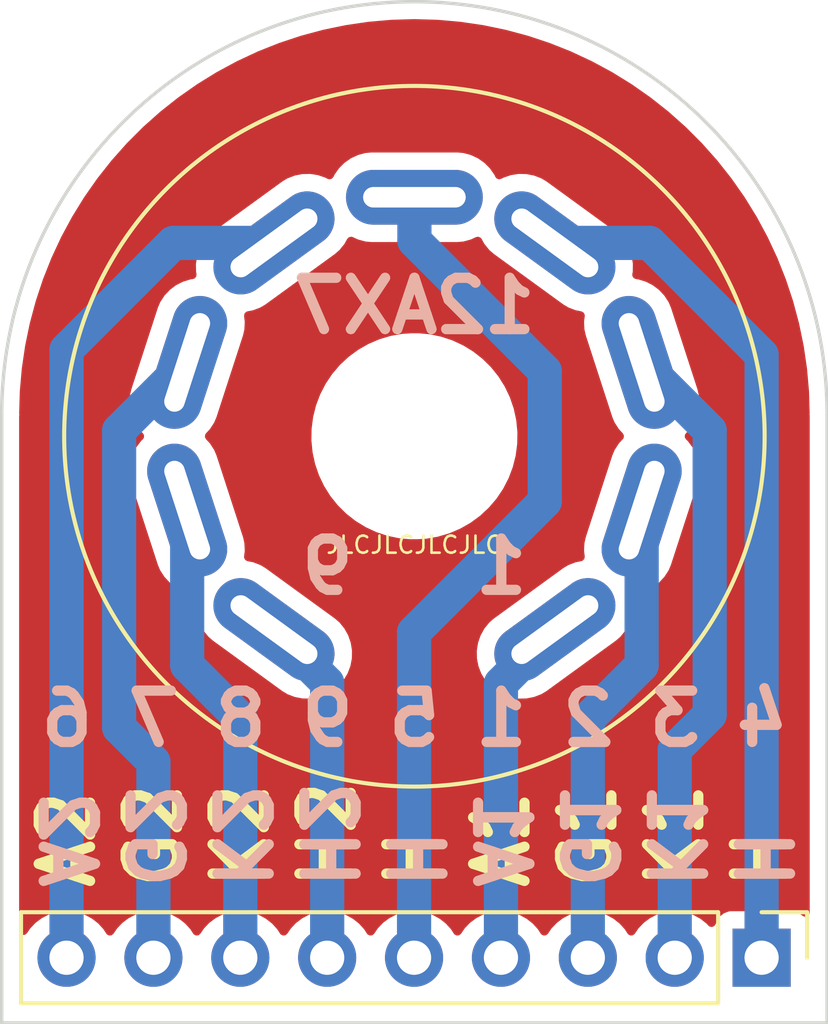
<source format=kicad_pcb>
(kicad_pcb (version 20211014) (generator pcbnew)
  (layers (0 "F.Cu" signal) (31 "B.Cu" signal) (34 "B.Paste" user) (35 "F.Paste" user) (36 "B.SilkS" user "B.Silkscreen") (37 "F.SilkS" user "F.Silkscreen") (38 "B.Mask" user) (39 "F.Mask" user) (44 "Edge.Cuts" user))
  (net 0 "")
  (net 1 "/A1")
  (net 2 "/G1")
  (net 3 "/K1")
  (net 4 "/H1")
  (net 5 "/H2")
  (net 6 "/A2")
  (net 7 "/G2")
  (net 8 "/K2")
  (net 9 "/H3")
  (footprint "kosmo-lib:Valve_12AX7_Socket" (layer "F.Cu") (at 160.02 93.98)
    (fp_text reference "U1" hide)
    (fp_text value "ECC83" hide)
    (fp_circle (center 0 0) (end 10.16 1.27) (layer "F.SilkS") (width 0.12) (fill none))
    (pad "" np_thru_hole circle (at 0 0) (size 5 5) (drill 5) (layers F&B.Cu *.Mask))
    (pad "1" thru_hole oval (at 4.10568 5.650984 306) (size 1.6 4) (drill oval 0.6 3) (layers *.Cu *.Mask) (net 1 "/A1"))
    (pad "2" thru_hole oval (at 6.64313 2.158484 342) (size 1.6 4) (drill oval 0.6 3) (layers *.Cu *.Mask) (net 2 "/G1"))
    (pad "3" thru_hole oval (at 6.64313 -2.158484 18) (size 1.6 4) (drill oval 0.6 3) (layers *.Cu *.Mask) (net 3 "/K1"))
    (pad "4" thru_hole oval (at 4.10568 -5.650984 54) (size 1.6 4) (drill oval 0.6 3) (layers *.Cu *.Mask) (net 4 "/H1"))
    (pad "5" thru_hole oval (at 0 -6.985 90) (size 1.6 4) (drill oval 0.6 3) (layers *.Cu *.Mask) (net 9 "/H3"))
    (pad "6" thru_hole oval (at -4.10568 -5.650984 306) (size 1.6 4) (drill oval 0.6 3) (layers *.Cu *.Mask) (net 6 "/A2"))
    (pad "7" thru_hole oval (at -6.64313 -2.158484 342) (size 1.6 4) (drill oval 0.6 3) (layers *.Cu *.Mask) (net 7 "/G2"))
    (pad "8" thru_hole oval (at -6.64313 2.158484 18) (size 1.6 4) (drill oval 0.6 3) (layers *.Cu *.Mask) (net 8 "/K2"))
    (pad "9" thru_hole oval (at -4.10568 5.650984 54) (size 1.6 4) (drill oval 0.6 3) (layers *.Cu *.Mask) (net 5 "/H2"))
  )
  (footprint "Connector_PinHeader_2.54mm:PinHeader_1x09_P2.54mm_Vertical" (layer "F.Cu") (at 170.17 109.22 -90)
    (fp_text reference "J1" hide)
    (fp_text value "Conn_01x09" hide)
    (fp_line (start -1.33 1.27) (end -1.33 21.65) (layer "F.SilkS") (width 0.12))
    (fp_line (start -1.33 -1.33) (end 0 -1.33) (layer "F.SilkS") (width 0.12))
    (fp_line (start -1.33 21.65) (end 1.33 21.65) (layer "F.SilkS") (width 0.12))
    (fp_line (start 1.33 1.27) (end 1.33 21.65) (layer "F.SilkS") (width 0.12))
    (fp_line (start -1.33 1.27) (end 1.33 1.27) (layer "F.SilkS") (width 0.12))
    (fp_line (start -1.33 0) (end -1.33 -1.33) (layer "F.SilkS") (width 0.12))
    (pad "1" thru_hole rect (at 0 0 270) (size 1.7 1.7) (drill 1) (layers *.Cu *.Mask) (net 4 "/H1"))
    (pad "2" thru_hole oval (at 0 2.54 270) (size 1.7 1.7) (drill 1) (layers *.Cu *.Mask) (net 3 "/K1"))
    (pad "3" thru_hole oval (at 0 5.08 270) (size 1.7 1.7) (drill 1) (layers *.Cu *.Mask) (net 2 "/G1"))
    (pad "4" thru_hole oval (at 0 7.62 270) (size 1.7 1.7) (drill 1) (layers *.Cu *.Mask) (net 1 "/A1"))
    (pad "5" thru_hole oval (at 0 10.16 270) (size 1.7 1.7) (drill 1) (layers *.Cu *.Mask) (net 9 "/H3"))
    (pad "6" thru_hole oval (at 0 12.7 270) (size 1.7 1.7) (drill 1) (layers *.Cu *.Mask) (net 5 "/H2"))
    (pad "7" thru_hole oval (at 0 15.24 270) (size 1.7 1.7) (drill 1) (layers *.Cu *.Mask) (net 8 "/K2"))
    (pad "8" thru_hole oval (at 0 17.78 270) (size 1.7 1.7) (drill 1) (layers *.Cu *.Mask) (net 7 "/G2"))
    (pad "9" thru_hole oval (at 0 20.32 270) (size 1.7 1.7) (drill 1) (layers *.Cu *.Mask) (net 6 "/A2"))
  )
  (gr_arc (start 147.955 93.345) (mid 160.02 81.28) (end 172.085 93.345) (layer "Edge.Cuts") (width 0.1))
  (gr_line (start 147.955 93.345) (end 147.955 111.125) (layer "Edge.Cuts") (width 0.1))
  (gr_line (start 172.085 111.125) (end 172.085 93.345) (layer "Edge.Cuts") (width 0.1))
  (gr_line (start 147.955 111.125) (end 172.085 111.125) (layer "Edge.Cuts") (width 0.1))
  (gr_text "H2" (at 157.48 107.315 -90) (layer "B.SilkS") (effects (font (size 1.5 1.5) (thickness 0.3)) (justify left mirror)))
  (gr_text "A2" (at 149.86 107.315 -90) (layer "B.SilkS") (effects (font (size 1.5 1.5) (thickness 0.3)) (justify left mirror)))
  (gr_text "9" (at 157.48 102.235) (layer "B.SilkS") (effects (font (size 1.5 1.5) (thickness 0.3)) (justify mirror)))
  (gr_text "9" (at 157.48 97.79) (layer "B.SilkS") (effects (font (size 1.5 1.5) (thickness 0.3)) (justify mirror)))
  (gr_text "2" (at 165.1 102.235) (layer "B.SilkS") (effects (font (size 1.5 1.5) (thickness 0.3)) (justify mirror)))
  (gr_text "A1" (at 162.56 107.315 -90) (layer "B.SilkS") (effects (font (size 1.5 1.5) (thickness 0.3)) (justify left mirror)))
  (gr_text "6" (at 149.86 102.235) (layer "B.SilkS") (effects (font (size 1.5 1.5) (thickness 0.3)) (justify mirror)))
  (gr_text "K2" (at 154.94 107.315 -90) (layer "B.SilkS") (effects (font (size 1.5 1.5) (thickness 0.3)) (justify left mirror)))
  (gr_text "8" (at 154.94 102.235) (layer "B.SilkS") (effects (font (size 1.5 1.5) (thickness 0.3)) (justify mirror)))
  (gr_text "1" (at 162.56 102.235) (layer "B.SilkS") (effects (font (size 1.5 1.5) (thickness 0.3)) (justify mirror)))
  (gr_text "H" (at 160.02 107.315 -90) (layer "B.SilkS") (effects (font (size 1.5 1.5) (thickness 0.3)) (justify left mirror)))
  (gr_text "5" (at 160.02 102.235) (layer "B.SilkS") (effects (font (size 1.5 1.5) (thickness 0.3)) (justify mirror)))
  (gr_text "G2" (at 152.4 107.315 -90) (layer "B.SilkS") (effects (font (size 1.5 1.5) (thickness 0.3)) (justify left mirror)))
  (gr_text "7" (at 152.4 102.235) (layer "B.SilkS") (effects (font (size 1.5 1.5) (thickness 0.3)) (justify mirror)))
  (gr_text "3" (at 167.64 102.235) (layer "B.SilkS") (effects (font (size 1.5 1.5) (thickness 0.3)) (justify mirror)))
  (gr_text "12AX7" (at 160.02 90.17) (layer "B.SilkS") (effects (font (size 1.5 1.5) (thickness 0.3)) (justify mirror)))
  (gr_text "1" (at 162.56 97.79) (layer "B.SilkS") (effects (font (size 1.5 1.5) (thickness 0.3)) (justify mirror)))
  (gr_text "G1" (at 165.1 107.315 -90) (layer "B.SilkS") (effects (font (size 1.5 1.5) (thickness 0.3)) (justify left mirror)))
  (gr_text "H" (at 170.18 107.315 -90) (layer "B.SilkS") (effects (font (size 1.5 1.5) (thickness 0.3)) (justify left mirror)))
  (gr_text "4" (at 170.18 102.235) (layer "B.SilkS") (effects (font (size 1.5 1.5) (thickness 0.3)) (justify mirror)))
  (gr_text "K1" (at 167.64 107.315 -90) (layer "B.SilkS") (effects (font (size 1.5 1.5) (thickness 0.3)) (justify left mirror)))
  (gr_text "JLCJLCJLCJLC" (at 160.02 97.155) (layer "F.SilkS") (effects (font (size 0.5 0.5) (thickness 0.075))))
  (gr_text "G1" (at 165.1 107.315 90) (layer "F.SilkS") (effects (font (size 1.5 1.5) (thickness 0.3)) (justify left)))
  (gr_text "G2" (at 152.4 107.315 90) (layer "F.SilkS") (effects (font (size 1.5 1.5) (thickness 0.3)) (justify left)))
  (gr_text "H" (at 170.18 107.315 90) (layer "F.SilkS") (effects (font (size 1.5 1.5) (thickness 0.3)) (justify left)))
  (gr_text "H2" (at 157.48 107.315 90) (layer "F.SilkS") (effects (font (size 1.5 1.5) (thickness 0.3)) (justify left)))
  (gr_text "K1" (at 167.64 107.315 90) (layer "F.SilkS") (effects (font (size 1.5 1.5) (thickness 0.3)) (justify left)))
  (gr_text "A2" (at 149.86 107.315 90) (layer "F.SilkS") (effects (font (size 1.5 1.5) (thickness 0.3)) (justify left)))
  (gr_text "A1" (at 162.56 107.315 90) (layer "F.SilkS") (effects (font (size 1.5 1.5) (thickness 0.3)) (justify left)))
  (gr_text "K2" (at 154.94 107.315 90) (layer "F.SilkS") (effects (font (size 1.5 1.5) (thickness 0.3)) (justify left)))
  (gr_text "H" (at 160.02 107.315 90) (layer "F.SilkS") (effects (font (size 1.5 1.5) (thickness 0.3)) (justify left)))
  (segment (start 162.55 101.206664) (end 164.12568 99.630984) (width 1) (layer "B.Cu") (net 1))
  (segment (start 162.55 109.22) (end 162.55 101.206664) (width 1) (layer "B.Cu") (net 1))
  (segment (start 165.09 102.245) (end 166.66313 100.67187) (width 1) (layer "B.Cu") (net 2))
  (segment (start 165.09 109.22) (end 165.09 102.245) (width 1) (layer "B.Cu") (net 2))
  (segment (start 166.66313 100.67187) (end 166.66313 96.138484) (width 1) (layer "B.Cu") (net 2))
  (segment (start 167.63 109.22) (end 167.63 103.137985) (width 1) (layer "B.Cu") (net 3))
  (segment (start 168.652015 102.11597) (end 168.652015 93.810401) (width 1) (layer "B.Cu") (net 3))
  (segment (start 167.63 103.137985) (end 168.652015 102.11597) (width 1) (layer "B.Cu") (net 3))
  (segment (start 168.652015 93.810401) (end 166.66313 91.821516) (width 1) (layer "B.Cu") (net 3))
  (segment (start 170.17 91.602516) (end 166.8965 88.329016) (width 1) (layer "B.Cu") (net 4))
  (segment (start 166.8965 88.329016) (end 164.12568 88.329016) (width 1) (layer "B.Cu") (net 4))
  (segment (start 170.17 109.22) (end 170.17 91.602516) (width 1) (layer "B.Cu") (net 4))
  (segment (start 157.47 109.22) (end 157.47 101.186664) (width 1) (layer "B.Cu") (net 5))
  (segment (start 157.47 101.186664) (end 155.91432 99.630984) (width 1) (layer "B.Cu") (net 5))
  (segment (start 149.85 109.22) (end 149.85 91.45) (width 1) (layer "B.Cu") (net 6))
  (segment (start 149.85 91.45) (end 152.970984 88.329016) (width 1) (layer "B.Cu") (net 6))
  (segment (start 152.970984 88.329016) (end 155.91432 88.329016) (width 1) (layer "B.Cu") (net 6))
  (segment (start 152.39 109.22) (end 152.39 103.495) (width 1) (layer "B.Cu") (net 7))
  (segment (start 151.387985 102.492985) (end 151.387985 93.810401) (width 1) (layer "B.Cu") (net 7))
  (segment (start 151.387985 93.810401) (end 153.37687 91.821516) (width 1) (layer "B.Cu") (net 7))
  (segment (start 152.39 103.495) (end 151.387985 102.492985) (width 1) (layer "B.Cu") (net 7))
  (segment (start 154.93 102.225) (end 153.37687 100.67187) (width 1) (layer "B.Cu") (net 8))
  (segment (start 153.37687 100.67187) (end 153.37687 96.138484) (width 1) (layer "B.Cu") (net 8))
  (segment (start 154.93 109.22) (end 154.93 102.225) (width 1) (layer "B.Cu") (net 8))
  (segment (start 160.01 99.705) (end 160.01 109.22) (width 1) (layer "B.Cu") (net 9))
  (segment (start 160.02 88.265) (end 163.83 92.075) (width 1) (layer "B.Cu") (net 9))
  (segment (start 163.83 95.885) (end 160.01 99.705) (width 1) (layer "B.Cu") (net 9))
  (segment (start 160.02 86.995) (end 160.02 88.265) (width 1) (layer "B.Cu") (net 9))
  (segment (start 163.83 92.075) (end 163.83 95.885) (width 1) (layer "B.Cu") (net 9))
  (zone (net 0) (net_name "") (layer "F.Cu") (connect_pads (clearance 0.508)) (min_thickness 0.254) (fill yes (thermal_gap 0.508) (thermal_bridge_width 0.508))
    (polygon (pts (xy 172.085 109.22) (xy 147.955 109.22) (xy 147.955 81.28) (xy 172.085 81.28)))
  )
)
</source>
